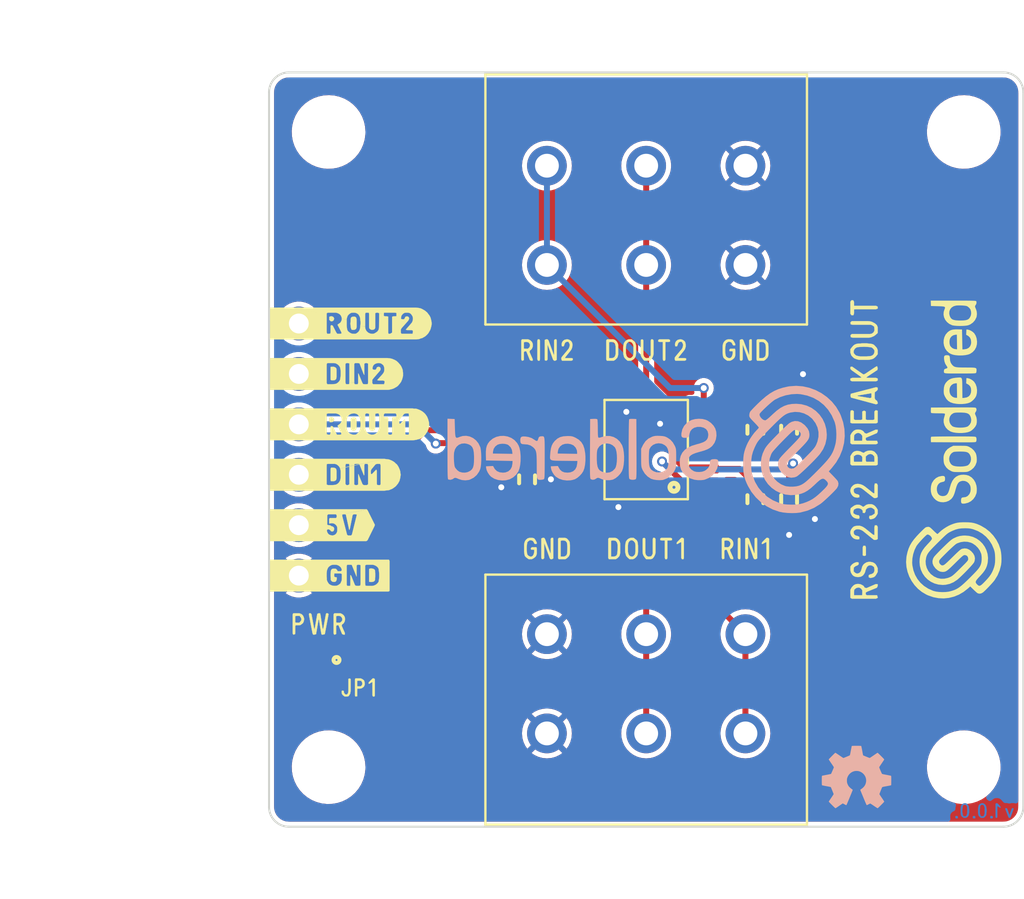
<source format=kicad_pcb>
(kicad_pcb (version 20210623) (generator pcbnew)
  (layers (0 "F.Cu" signal) (31 "B.Cu" signal) (34 "B.Paste" user) (35 "F.Paste" user) (36 "B.SilkS" user "B.Silkscreen") (37 "F.SilkS" user "F.Silkscreen") (38 "B.Mask" user) (39 "F.Mask" user) (44 "Edge.Cuts" user))
  (net 0 "")
  (net 1 "GND")
  (net 2 "Net-(C1-Pad2)")
  (net 3 "Net-(C2-Pad1)")
  (net 4 "Net-(C2-Pad2)")
  (net 5 "Net-(C3-Pad1)")
  (net 6 "Net-(C3-Pad2)")
  (net 7 "Net-(C4-Pad2)")
  (net 8 "5V")
  (net 9 "Net-(D1-Pad1)")
  (net 10 "Net-(JP1-Pad2)")
  (net 11 "RIN1")
  (net 12 "DOUT1")
  (net 13 "RIN2")
  (net 14 "DOUT2")
  (net 15 "ROUT2")
  (net 16 "DIN2")
  (net 17 "ROUT1")
  (net 18 "DIN1")
  (footprint "e-radionica.com footprinti:0603C" (layer "F.Cu") (at 126.2 133.5 90)
    (fp_text reference "C1")
    (fp_text value "4u7")
    (pad "1" smd rect locked (at -0.73 0 90) (size 0.66 1) (layers "F.Cu" "F.Paste" "F.Mask") (net 1 "GND"))
    (pad "2" smd rect locked (at 0.73 0 90) (size 0.66 1) (layers "F.Cu" "F.Paste" "F.Mask") (net 2 "Net-(C1-Pad2)"))
  )
  (footprint "buzzardLabel" (layer "F.Cu") (at 99.6 129.73)
    (fp_text reference "" (at 0 0) (layer "F.SilkS") (effects (font (size 1.27 1.27))))
    (fp_text value "" (at 0 0) (layer "F.SilkS") (effects (font (size 1.27 1.27))))
  )
  (footprint "e-radionica.com footprinti:HOLE_3.2mm" (layer "F.Cu") (at 103 147)
    (fp_text reference "H2" hide)
    (fp_text value "HOLE_3.2mm" hide)
    (pad "" np_thru_hole circle locked (at 0 0) (size 3.2 3.2) (drill 3.2) (layers F&B.Cu *.Mask))
  )
  (footprint "e-radionica.com footprinti:0603C" (layer "F.Cu") (at 126.2 130 90)
    (fp_text reference "C4")
    (fp_text value "4u7")
    (pad "1" smd rect locked (at -0.73 0 90) (size 0.66 1) (layers "F.Cu" "F.Paste" "F.Mask") (net 1 "GND"))
    (pad "2" smd rect locked (at 0.73 0 90) (size 0.66 1) (layers "F.Cu" "F.Paste" "F.Mask") (net 7 "Net-(C4-Pad2)"))
  )
  (footprint "buzzardLabel" (layer "F.Cu") (at 119 136)
    (fp_text reference "" (at 0 0) (layer "F.SilkS") (effects (font (size 1.27 1.27))))
    (fp_text value "" (at 0 0) (layer "F.SilkS") (effects (font (size 1.27 1.27))))
  )
  (footprint "buzzardLabel" (layer "F.Cu") (at 119 126)
    (fp_text reference "" (at 0 0) (layer "F.SilkS") (effects (font (size 1.27 1.27))))
    (fp_text value "" (at 0 0) (layer "F.SilkS") (effects (font (size 1.27 1.27))))
  )
  (footprint "Soldered Graphics:Logo-Front-SolderedFULL-15mm" (layer "F.Cu") (at 134.5 131 90)
    (fp_text reference "REF**" hide)
    (fp_text value "Logo-Front-SolderedFULL-15mm" hide)
  )
  (footprint "Soldered Graphics:Logo-Back-OSH-3.5mm" (layer "F.Cu") (at 129.6 147.5)
    (fp_text reference "G***" hide)
    (fp_text value "LOGO" hide)
  )
  (footprint "e-radionica.com footprinti:HOLE_3.2mm" (layer "F.Cu") (at 135 115)
    (fp_text reference "H4" hide)
    (fp_text value "HOLE_3.2mm" hide)
    (pad "" np_thru_hole circle locked (at 0 0) (size 3.2 3.2) (drill 3.2) (layers F&B.Cu *.Mask))
  )
  (footprint "buzzardLabel" (layer "F.Cu") (at 99.6 137.35)
    (fp_text reference "" (at 0 0) (layer "F.SilkS") (effects (font (size 1.27 1.27))))
    (fp_text value "" (at 0 0) (layer "F.SilkS") (effects (font (size 1.27 1.27))))
  )
  (footprint "buzzardLabel" (layer "F.Cu") (at 99.6 127.19)
    (fp_text reference "" (at 0 0) (layer "F.SilkS") (effects (font (size 1.27 1.27))))
    (fp_text value "" (at 0 0) (layer "F.SilkS") (effects (font (size 1.27 1.27))))
  )
  (footprint "e-radionica.com footprinti:TERMINAL_KF235-5.0-3P" (layer "F.Cu") (at 119 119.2 180)
    (fp_text reference "K2")
    (fp_text value "TERMINAL_KF235-5.0-3P")
    (pad "1" thru_hole circle (at 5 2.5 180) (size 2 2) (drill 1.2) (layers *.Cu *.Mask) (net 13 "RIN2"))
    (pad "1" thru_hole circle (at 5 -2.5 180) (size 2 2) (drill 1.2) (layers *.Cu *.Mask) (net 13 "RIN2"))
    (pad "2" thru_hole circle (at 0 2.5 180) (size 2 2) (drill 1.2) (layers *.Cu *.Mask) (net 14 "DOUT2"))
    (pad "2" thru_hole circle (at 0 -2.5 180) (size 2 2) (drill 1.2) (layers *.Cu *.Mask) (net 14 "DOUT2"))
    (pad "3" thru_hole circle (at -5 -2.5 180) (size 2 2) (drill 1.2) (layers *.Cu *.Mask) (net 1 "GND"))
    (pad "3" thru_hole circle (at -5 2.5 180) (size 2 2) (drill 1.2) (layers *.Cu *.Mask) (net 1 "GND"))
  )
  (footprint "buzzardLabel" (layer "F.Cu") (at 114 126)
    (fp_text reference "" (at 0 0) (layer "F.SilkS") (effects (font (size 1.27 1.27))))
    (fp_text value "" (at 0 0) (layer "F.SilkS") (effects (font (size 1.27 1.27))))
  )
  (footprint "e-radionica.com footprinti:TSSOP-16" (layer "F.Cu") (at 119 131 180)
    (fp_text reference "U1")
    (fp_text value "MAX232E")
    (pad "1" smd roundrect (at -2.9 -2.275 90) (size 0.45 1.5) (layers "F.Cu" "F.Paste" "F.Mask") (roundrect_rratio 0.111) (net 4 "Net-(C2-Pad2)"))
    (pad "2" smd roundrect (at -2.9 -1.625 90) (size 0.45 1.5) (layers "F.Cu" "F.Paste" "F.Mask") (roundrect_rratio 0.111) (net 2 "Net-(C1-Pad2)"))
    (pad "3" smd roundrect (at -2.9 -0.975 90) (size 0.45 1.5) (layers "F.Cu" "F.Paste" "F.Mask") (roundrect_rratio 0.111) (net 3 "Net-(C2-Pad1)"))
    (pad "4" smd roundrect (at -2.9 -0.325 90) (size 0.45 1.5) (layers "F.Cu" "F.Paste" "F.Mask") (roundrect_rratio 0.111) (net 6 "Net-(C3-Pad2)"))
    (pad "5" smd roundrect (at -2.9 0.325 90) (size 0.45 1.5) (layers "F.Cu" "F.Paste" "F.Mask") (roundrect_rratio 0.111) (net 5 "Net-(C3-Pad1)"))
    (pad "6" smd roundrect (at -2.9 0.975 90) (size 0.45 1.5) (layers "F.Cu" "F.Paste" "F.Mask") (roundrect_rratio 0.111) (net 7 "Net-(C4-Pad2)"))
    (pad "7" smd roundrect (at -2.9 1.625 90) (size 0.45 1.5) (layers "F.Cu" "F.Paste" "F.Mask") (roundrect_rratio 0.111) (net 14 "DOUT2"))
    (pad "8" smd roundrect (at -2.9 2.275 90) (size 0.45 1.5) (layers "F.Cu" "F.Paste" "F.Mask") (roundrect_rratio 0.111) (net 13 "RIN2"))
    (pad "9" smd roundrect (at 2.9 2.275 90) (size 0.45 1.5) (layers "F.Cu" "F.Paste" "F.Mask") (roundrect_rratio 0.111) (net 15 "ROUT2"))
    (pad "10" smd roundrect (at 2.9 1.625 90) (size 0.45 1.5) (layers "F.Cu" "F.Paste" "F.Mask") (roundrect_rratio 0.111) (net 16 "DIN2"))
    (pad "11" smd roundrect (at 2.9 0.975 90) (size 0.45 1.5) (layers "F.Cu" "F.Paste" "F.Mask") (roundrect_rratio 0.111) (net 18 "DIN1"))
    (pad "12" smd roundrect (at 2.9 0.325 90) (size 0.45 1.5) (layers "F.Cu" "F.Paste" "F.Mask") (roundrect_rratio 0.111) (net 17 "ROUT1"))
    (pad "13" smd roundrect (at 2.9 -0.325 90) (size 0.45 1.5) (layers "F.Cu" "F.Paste" "F.Mask") (roundrect_rratio 0.111) (net 11 "RIN1"))
    (pad "14" smd roundrect (at 2.9 -0.975 90) (size 0.45 1.5) (layers "F.Cu" "F.Paste" "F.Mask") (roundrect_rratio 0.111) (net 12 "DOUT1"))
    (pad "15" smd roundrect (at 2.9 -1.625 90) (size 0.45 1.5) (layers "F.Cu" "F.Paste" "F.Mask") (roundrect_rratio 0.111) (net 1 "GND"))
    (pad "16" smd roundrect (at 2.9 -2.275 90) (size 0.45 1.5) (layers "F.Cu" "F.Paste" "F.Mask") (roundrect_rratio 0.111) (net 8 "5V"))
  )
  (footprint "e-radionica.com footprinti:TERMINAL_KF235-5.0-3P" (layer "F.Cu") (at 119 142.8)
    (fp_text reference "K1")
    (fp_text value "TERMINAL_KF235-5.0-3P")
    (pad "1" thru_hole circle (at 5 2.5) (size 2 2) (drill 1.2) (layers *.Cu *.Mask) (net 11 "RIN1"))
    (pad "1" thru_hole circle (at 5 -2.5) (size 2 2) (drill 1.2) (layers *.Cu *.Mask) (net 11 "RIN1"))
    (pad "2" thru_hole circle (at 0 -2.5) (size 2 2) (drill 1.2) (layers *.Cu *.Mask) (net 12 "DOUT1"))
    (pad "2" thru_hole circle (at 0 2.5) (size 2 2) (drill 1.2) (layers *.Cu *.Mask) (net 12 "DOUT1"))
    (pad "3" thru_hole circle (at -5 -2.5) (size 2 2) (drill 1.2) (layers *.Cu *.Mask) (net 1 "GND"))
    (pad "3" thru_hole circle (at -5 2.5) (size 2 2) (drill 1.2) (layers *.Cu *.Mask) (net 1 "GND"))
  )
  (footprint "buzzardLabel" (layer "F.Cu") (at 99.6 132.27)
    (fp_text reference "" (at 0 0) (layer "F.SilkS") (effects (font (size 1.27 1.27))))
    (fp_text value "" (at 0 0) (layer "F.SilkS") (effects (font (size 1.27 1.27))))
  )
  (footprint "buzzardLabel" (layer "F.Cu") (at 99.6 124.65)
    (fp_text reference "" (at 0 0) (layer "F.SilkS") (effects (font (size 1.27 1.27))))
    (fp_text value "" (at 0 0) (layer "F.SilkS") (effects (font (size 1.27 1.27))))
  )
  (footprint "e-radionica.com footprinti:0603C" (layer "F.Cu") (at 124.5 130 -90)
    (fp_text reference "C3")
    (fp_text value "4u7")
    (pad "1" smd rect locked (at -0.73 0 270) (size 0.66 1) (layers "F.Cu" "F.Paste" "F.Mask") (net 5 "Net-(C3-Pad1)"))
    (pad "2" smd rect locked (at 0.73 0 270) (size 0.66 1) (layers "F.Cu" "F.Paste" "F.Mask") (net 6 "Net-(C3-Pad2)"))
  )
  (footprint "e-radionica.com footprinti:HOLE_3.2mm" (layer "F.Cu") (at 135 147)
    (fp_text reference "H1" hide)
    (fp_text value "HOLE_3.2mm" hide)
    (pad "" np_thru_hole circle locked (at 0 0) (size 3.2 3.2) (drill 3.2) (layers F&B.Cu *.Mask))
  )
  (footprint "buzzardLabel" (layer "F.Cu") (at 130 131 90)
    (fp_text reference "" (at 0 0 90) (layer "F.SilkS") (effects (font (size 1.27 1.27))))
    (fp_text value "" (at 0 0 90) (layer "F.SilkS") (effects (font (size 1.27 1.27))))
  )
  (footprint "e-radionica.com footprinti:0603C" (layer "F.Cu") (at 124.5 133.5 -90)
    (fp_text reference "C2")
    (fp_text value "4u7")
    (pad "1" smd rect locked (at -0.73 0 270) (size 0.66 1) (layers "F.Cu" "F.Paste" "F.Mask") (net 3 "Net-(C2-Pad1)"))
    (pad "2" smd rect locked (at 0.73 0 270) (size 0.66 1) (layers "F.Cu" "F.Paste" "F.Mask") (net 4 "Net-(C2-Pad2)"))
  )
  (footprint "buzzardLabel" (layer "F.Cu") (at 124 126)
    (fp_text reference "" (at 0 0) (layer "F.SilkS") (effects (font (size 1.27 1.27))))
    (fp_text value "" (at 0 0) (layer "F.SilkS") (effects (font (size 1.27 1.27))))
  )
  (footprint "buzzardLabel" (layer "F.Cu") (at 104.5 143)
    (fp_text reference "" (at 0 0) (layer "F.SilkS") (effects (font (size 1.27 1.27))))
    (fp_text value "" (at 0 0) (layer "F.SilkS") (effects (font (size 1.27 1.27))))
  )
  (footprint "e-radionica.com footprinti:0402R" (layer "F.Cu") (at 102.5 142.5 180)
    (fp_text reference "R1")
    (fp_text value "2k2")
    (pad "1" smd rect locked (at -0.5 0 270) (size 0.64 0.54) (layers "F.Cu" "F.Paste" "F.Mask") (net 10 "Net-(JP1-Pad2)"))
    (pad "2" smd rect locked (at 0.5 0 270) (size 0.64 0.54) (layers "F.Cu" "F.Paste" "F.Mask") (net 9 "Net-(D1-Pad1)"))
  )
  (footprint "e-radionica.com footprinti:HEADER_MALE_6X1" (layer "F.Cu") (at 101.5 131 -90)
    (fp_text reference "K3")
    (fp_text value "HEADER_MALE_6X1")
    (pad "1" thru_hole circle locked (at -6.35 0 270) (size 1.7 1.7) (drill 1) (layers *.Cu *.Mask) (net 15 "ROUT2"))
    (pad "2" thru_hole circle locked (at -3.81 0 270) (size 1.7 1.7) (drill 1) (layers *.Cu *.Mask) (net 16 "DIN2"))
    (pad "3" thru_hole circle locked (at -1.27 0 270) (size 1.7 1.7) (drill 1) (layers *.Cu *.Mask) (net 17 "ROUT1"))
    (pad "4" thru_hole circle locked (at 1.27 0 270) (size 1.7 1.7) (drill 1) (layers *.Cu *.Mask) (net 18 "DIN1"))
    (pad "5" thru_hole circle locked (at 3.81 0 270) (size 1.7 1.7) (drill 1) (layers *.Cu *.Mask) (net 8 "5V"))
    (pad "6" thru_hole circle locked (at 6.35 0 270) (size 1.7 1.7) (drill 1) (layers *.Cu *.Mask) (net 1 "GND"))
  )
  (footprint "e-radionica.com footprinti:HOLE_3.2mm" (layer "F.Cu") (at 103 115)
    (fp_text reference "H3" hide)
    (fp_text value "HOLE_3.2mm" hide)
    (pad "" np_thru_hole circle locked (at 0 0) (size 3.2 3.2) (drill 3.2) (layers F&B.Cu *.Mask))
  )
  (footprint "e-radionica.com footprinti:SMD-JUMPER-CONNECTED_TRACE_SLODERMASK" (layer "F.Cu") (at 104.5 141.75 180)
    (fp_text reference "JP1")
    (fp_text value "SMD-JUMPER-CONNECTED_TRACE_SLODERMASK")
    (fp_poly (pts (xy 0.1 0.1) (xy -0.1 0.1) (xy -0.1 -0.1) (xy 0.1 -0.1)) (layer "F.Cu") (width 0.1) (fill solid))
    (pad "1" smd rect (at -0.35 0 180) (size 0.5 1) (layers "F.Cu" "F.Mask") (net 8 "5V"))
    (pad "2" smd rect (at 0.35 0 180) (size 0.5 1) (layers "F.Cu" "F.Mask") (net 10 "Net-(JP1-Pad2)"))
  )
  (footprint "buzzardLabel" (layer "F.Cu") (at 99.6 134.81)
    (fp_text reference "" (at 0 0) (layer "F.SilkS") (effects (font (size 1.27 1.27))))
    (fp_text value "" (at 0 0) (layer "F.SilkS") (effects (font (size 1.27 1.27))))
  )
  (footprint "e-radionica.com footprinti:FIDUCIAL_23" (layer "F.Cu") (at 108.5 145)
    (fp_text reference "FD1")
    (fp_text value "FIDUCIAL")
    (fp_circle (center 0 0) (end 1 0) (layer "F.Cu") (width 0.2) (fill none))
    (pad "1" smd circle (at 0 0) (size 1 1) (layers "F.Cu" "F.Paste" "F.Mask") (clearance 1.1))
  )
  (footprint "buzzardLabel" (layer "F.Cu") (at 124 136)
    (fp_text reference "" (at 0 0) (layer "F.SilkS") (effects (font (size 1.27 1.27))))
    (fp_text value "" (at 0 0) (layer "F.SilkS") (effects (font (size 1.27 1.27))))
  )
  (footprint "e-radionica.com footprinti:0402LED" (layer "F.Cu") (at 102.5 141)
    (fp_text reference "D1")
    (fp_text value "purple")
    (pad "1" smd rect locked (at -0.55 0 90) (size 0.75 0.45) (layers "F.Cu" "F.Paste" "F.Mask") (net 9 "Net-(D1-Pad1)"))
    (pad "2" smd rect locked (at 0.55 0 90) (size 0.75 0.45) (layers "F.Cu" "F.Paste" "F.Mask") (net 1 "GND"))
  )
  (footprint "buzzardLabel" (layer "F.Cu") (at 114 136)
    (fp_text reference "" (at 0 0) (layer "F.SilkS") (effects (font (size 1.27 1.27))))
    (fp_text value "" (at 0 0) (layer "F.SilkS") (effects (font (size 1.27 1.27))))
  )
  (footprint "buzzardLabel" (layer "F.Cu") (at 102.5 139.8)
    (fp_text reference "" (at 0 0) (layer "F.SilkS") (effects (font (size 1.27 1.27))))
    (fp_text value "" (at 0 0) (layer "F.SilkS") (effects (font (size 1.27 1.27))))
  )
  (footprint "Soldered Graphics:Logo-Back-SolderedFULL-20mm" (layer "F.Cu") (at 119 131)
    (fp_text reference "REF**" hide)
    (fp_text value "Logo-Front-SolderedFULL-20mm" hide)
  )
  (footprint "e-radionica.com footprinti:0603C" (layer "F.Cu") (at 113 132.5 -90)
    (fp_text reference "C5")
    (fp_text value "4u7")
    (pad "1" smd rect locked (at -0.73 0 270) (size 0.66 1) (layers "F.Cu" "F.Paste" "F.Mask") (net 1 "GND"))
    (pad "2" smd rect locked (at 0.73 0 270) (size 0.66 1) (layers "F.Cu" "F.Paste" "F.Mask") (net 8 "5V"))
  )
  (footprint "Soldered Graphics:Version1.0.0." (layer "B.Cu") (at 136 149.2 180)
    (fp_text reference "Ref**" hide)
    (fp_text value "Val**" hide)
    (fp_poly (pts (xy 0.06 -0.35) (xy 0.11 -0.35) (xy 0.17 -0.33) (xy 0.13 -0.28) (xy 0.03 -0.28) (xy -0.01 -0.25) (xy -0.03 -0.2) (xy -0.05 -0.15) (xy -0.05 -0.11) (xy -0.05 0.01) (xy -0.05 0.13) (xy -0.05 0.17) (xy -0.03 0.22) (xy -0.01 0.27) (xy 0.02 0.3) (xy 0.13 0.3) (xy 0.16 0.26) (xy 0.18 0.21) (xy 0.18 0.15) (xy 0.19 0.05) (xy 0.19 -0.08) (xy 0.19 -0.12) (xy 0.18 -0.17) (xy 0.16 -0.22) (xy 0.14 -0.27) (xy 0.14 -0.28) (xy 0.17 -0.32) (xy 0.21 -0.29) (xy 0.24 -0.26) (xy 0.26 -0.22) (xy 0.27 -0.16) (xy 0.28 -0.11) (xy 0.28 -0.06) (xy 0.28 0.06) (xy 0.28 0.12) (xy 0.27 0.17) (xy 0.26 0.22) (xy 0.25 0.27) (xy 0.22 0.3) (xy 0.19 0.34) (xy 0.13 0.37) (xy 0.08 0.38) (xy 0.02 0.38) (xy -0.03 0.35) (xy -0.08 0.31) (xy -0.1 0.28) (xy -0.12 0.23) (xy -0.14 0.18) (xy -0.14 0.13) (xy -0.15 0.08) (xy -0.15 -0.04) (xy -0.14 -0.1) (xy -0.14 -0.14) (xy -0.13 -0.2) (xy -0.11 -0.25) (xy -0.08 -0.28) (xy -0.05 -0.32) (xy 0.01 -0.35) (xy 0.06 -0.35)) (layer "B.Cu") (width 0.01) (fill solid))
    (fp_poly (pts (xy 0.93 -0.35) (xy 0.99 -0.35) (xy 1.04 -0.33) (xy 1.01 -0.28) (xy 0.91 -0.28) (xy 0.87 -0.25) (xy 0.85 -0.2) (xy 0.83 -0.15) (xy 0.83 -0.11) (xy 0.82 0.01) (xy 0.83 0.13) (xy 0.83 0.17) (xy 0.84 0.22) (xy 0.87 0.27) (xy 0.9 0.3) (xy 1.01 0.3) (xy 1.04 0.26) (xy 1.05 0.21) (xy 1.06 0.15) (xy 1.07 0.05) (xy 1.07 -0.08) (xy 1.06 -0.12) (xy 1.06 -0.17) (xy 1.04 -0.22) (xy 1.02 -0.27) (xy 1.01 -0.28) (xy 1.05 -0.32) (xy 1.09 -0.29) (xy 1.12 -0.26) (xy 1.14 -0.22) (xy 1.15 -0.16) (xy 1.16 -0.11) (xy 1.16 -0.06) (xy 1.16 0.06) (xy 1.16 0.12) (xy 1.15 0.17) (xy 1.14 0.22) (xy 1.13 0.27) (xy 1.1 0.3) (xy 1.06 0.34) (xy 1.01 0.37) (xy 0.95 0.38) (xy 0.9 0.38) (xy 0.84 0.35) (xy 0.8 0.31) (xy 0.78 0.28) (xy 0.75 0.23) (xy 0.74 0.18) (xy 0.74 0.13) (xy 0.73 0.08) (xy 0.73 -0.04) (xy 0.73 -0.1) (xy 0.74 -0.14) (xy 0.75 -0.2) (xy 0.77 -0.25) (xy 0.79 -0.28) (xy 0.83 -0.32) (xy 0.89 -0.35) (xy 0.93 -0.35)) (layer "B.Cu") (width 0.01) (fill solid))
    (fp_poly (pts (xy -0.67 -0.35) (xy -0.62 -0.35) (xy -0.6 -0.31) (xy -0.6 0.35) (xy -0.64 0.38) (xy -0.69 0.38) (xy -0.73 0.34) (xy -0.84 0.22) (xy -0.86 0.17) (xy -0.83 0.16) (xy -0.73 0.22) (xy -0.69 0.23) (xy -0.69 -0.31) (xy -0.67 -0.35)) (layer "B.Cu") (width 0.01) (fill solid))
    (fp_poly (pts (xy 1.31 -0.38) (xy 1.36 -0.38) (xy 1.41 -0.37) (xy 1.42 -0.33) (xy 1.42 -0.27) (xy 1.38 -0.26) (xy 1.33 -0.26) (xy 1.3 -0.29) (xy 1.3 -0.34) (xy 1.31 -0.38)) (layer "B.Cu") (width 0.01) (fill solid))
    (fp_poly (pts (xy 0.43 -0.38) (xy 0.48 -0.38) (xy 0.54 -0.37) (xy 0.54 -0.33) (xy 0.54 -0.27) (xy 0.5 -0.26) (xy 0.45 -0.26) (xy 0.42 -0.29) (xy 0.42 -0.34) (xy 0.43 -0.38)) (layer "B.Cu") (width 0.01) (fill solid))
    (fp_poly (pts (xy -1.33 -0.35) (xy -1.27 -0.35) (xy -1.25 -0.31) (xy -1.09 0.1) (xy -1.11 0.13) (xy -1.16 0.13) (xy -1.19 0.1) (xy -1.28 -0.16) (xy -1.3 -0.21) (xy -1.32 -0.17) (xy -1.41 0.09) (xy -1.44 0.13) (xy -1.49 0.13) (xy -1.51 0.1) (xy -1.36 -0.31) (xy -1.33 -0.35)) (layer "B.Cu") (width 0.01) (fill solid))
    (fp_poly (pts (xy -0.44 -0.38) (xy -0.39 -0.38) (xy -0.34 -0.37) (xy -0.34 -0.33) (xy -0.34 -0.27) (xy -0.38 -0.26) (xy -0.43 -0.26) (xy -0.46 -0.29) (xy -0.46 -0.34) (xy -0.44 -0.38)) (layer "B.Cu") (width 0.01) (fill solid))
  )
  (gr_line (start 137 150) (end 101 150) (layer "Edge.Cuts") (width 0.1))
  (gr_line (start 138 113) (end 138 149) (layer "Edge.Cuts") (width 0.1))
  (gr_line (start 101 112) (end 137 112) (layer "Edge.Cuts") (width 0.1))
  (gr_arc (start 137 113) (end 137 112) (angle 90) (layer "Edge.Cuts") (width 0.1))
  (gr_line (start 100 149) (end 100 113) (layer "Edge.Cuts") (width 0.1))
  (gr_arc (start 101 149) (end 101 150) (angle 90) (layer "Edge.Cuts") (width 0.1))
  (gr_arc (start 137 149) (end 137 150) (angle -90) (layer "Edge.Cuts") (width 0.1))
  (gr_arc (start 101 113) (end 101 112) (angle -90) (layer "Edge.Cuts") (width 0.1))
  (via (at 117.6 133.9) (size 0.5) (drill 0.3) (layers "F.Cu" "B.Cu") (net 1))
  (via (at 119.7 129.7) (size 0.5) (drill 0.3) (layers "F.Cu" "B.Cu") (net 1))
  (via (at 114.2 132.5) (size 0.5) (drill 0.3) (layers "F.Cu" "B.Cu") (net 1))
  (via (at 126.2 135.3) (size 0.5) (drill 0.3) (layers "F.Cu" "B.Cu") (net 1))
  (via (at 126.9 127.2) (size 0.5) (drill 0.3) (layers "F.Cu" "B.Cu") (net 1))
  (via (at 118 129.1) (size 0.5) (drill 0.3) (layers "F.Cu" "B.Cu") (net 1))
  (via (at 127.5 134.5) (size 0.5) (drill 0.3) (layers "F.Cu" "B.Cu") (net 1))
  (via (at 111.7 132.9) (size 0.5) (drill 0.3) (layers "F.Cu" "B.Cu") (net 1))
  (segment (start 126.4 131.7) (end 126.2 131.9) (width 0.3) (layer "F.Cu") (net 2))
  (segment (start 120.825 132.625) (end 121.9 132.625) (width 0.3) (layer "F.Cu") (net 2))
  (segment (start 119.8 131.6) (end 120.825 132.625) (width 0.3) (layer "F.Cu") (net 2))
  (segment (start 126.2 131.9) (end 126.2 132.77) (width 0.3) (layer "F.Cu") (net 2))
  (via (at 126.4 131.7) (size 0.5) (drill 0.3) (layers "F.Cu" "B.Cu") (net 2))
  (via (at 119.8 131.6) (size 0.5) (drill 0.3) (layers "F.Cu" "B.Cu") (net 2))
  (segment (start 126.4 131.7) (end 126.1 132) (width 0.3) (layer "B.Cu") (net 2))
  (segment (start 120.2 132) (end 119.8 131.6) (width 0.3) (layer "B.Cu") (net 2))
  (segment (start 126.1 132) (end 120.2 132) (width 0.3) (layer "B.Cu") (net 2))
  (segment (start 123.705 131.975) (end 124.5 132.77) (width 0.3) (layer "F.Cu") (net 3))
  (segment (start 121.9 131.975) (end 123.705 131.975) (width 0.3) (layer "F.Cu") (net 3))
  (segment (start 122.855 134.23) (end 121.9 133.275) (width 0.3) (layer "F.Cu") (net 4))
  (segment (start 124.5 134.23) (end 122.855 134.23) (width 0.3) (layer "F.Cu") (net 4))
  (segment (start 121.9 130.675) (end 123.025 130.675) (width 0.3) (layer "F.Cu") (net 5))
  (segment (start 123.025 130.675) (end 124.43 129.27) (width 0.3) (layer "F.Cu") (net 5))
  (segment (start 124.43 129.27) (end 124.5 129.27) (width 0.3) (layer "F.Cu") (net 5))
  (segment (start 121.9 131.325) (end 123.905 131.325) (width 0.3) (layer "F.Cu") (net 6))
  (segment (start 123.905 131.325) (end 124.5 130.73) (width 0.3) (layer "F.Cu") (net 6))
  (segment (start 122.875 130.025) (end 123.4 129.5) (width 0.3) (layer "F.Cu") (net 7))
  (segment (start 125.8 128.1) (end 126.2 128.5) (width 0.3) (layer "F.Cu") (net 7))
  (segment (start 126.2 128.5) (end 126.2 129.27) (width 0.3) (layer "F.Cu") (net 7))
  (segment (start 121.9 130.025) (end 122.875 130.025) (width 0.3) (layer "F.Cu") (net 7))
  (segment (start 123.4 129.5) (end 123.4 128.5) (width 0.3) (layer "F.Cu") (net 7))
  (segment (start 123.8 128.1) (end 125.8 128.1) (width 0.3) (layer "F.Cu") (net 7))
  (segment (start 123.4 128.5) (end 123.8 128.1) (width 0.3) (layer "F.Cu") (net 7))
  (segment (start 113 133.23) (end 116.055 133.23) (width 0.3) (layer "F.Cu") (net 8))
  (segment (start 116.055 133.23) (end 116.1 133.275) (width 0.3) (layer "F.Cu") (net 8))
  (segment (start 106.31 134.81) (end 107.4 135.9) (width 0.3) (layer "F.Cu") (net 8))
  (segment (start 107.4 139.5) (end 105.15 141.75) (width 0.3) (layer "F.Cu") (net 8))
  (segment (start 101.5 134.81) (end 106.31 134.81) (width 0.3) (layer "F.Cu") (net 8))
  (segment (start 105.15 141.75) (end 104.85 141.75) (width 0.3) (layer "F.Cu") (net 8))
  (segment (start 107.4 135.9) (end 107.4 139.5) (width 0.3) (layer "F.Cu") (net 8))
  (segment (start 106.31 134.81) (end 111.42 134.81) (width 0.3) (layer "F.Cu") (net 8))
  (segment (start 111.42 134.81) (end 113 133.23) (width 0.3) (layer "F.Cu") (net 8))
  (segment (start 102 141.05) (end 101.95 141) (width 0.3) (layer "F.Cu") (net 9))
  (segment (start 102 142.5) (end 102 141.05) (width 0.3) (layer "F.Cu") (net 9))
  (segment (start 103.4 142.5) (end 103 142.5) (width 0.3) (layer "F.Cu") (net 10))
  (segment (start 104.15 141.75) (end 103.4 142.5) (width 0.3) (layer "F.Cu") (net 10))
  (segment (start 118.325 131.325) (end 119.8 132.8) (width 0.3) (layer "F.Cu") (net 11))
  (segment (start 119.8 136.1) (end 124 140.3) (width 0.3) (layer "F.Cu") (net 11))
  (segment (start 124 140.3) (end 124 145.3) (width 0.3) (layer "F.Cu") (net 11))
  (segment (start 116.1 131.325) (end 118.325 131.325) (width 0.3) (layer "F.Cu") (net 11))
  (segment (start 119.8 132.8) (end 119.8 136.1) (width 0.3) (layer "F.Cu") (net 11))
  (segment (start 119 140.3) (end 119 145.3) (width 0.3) (layer "F.Cu") (net 12))
  (segment (start 116.1 131.975) (end 117.475 131.975) (width 0.3) (layer "F.Cu") (net 12))
  (segment (start 117.475 131.975) (end 119 133.5) (width 0.3) (layer "F.Cu") (net 12))
  (segment (start 119 133.5) (end 119 140.3) (width 0.3) (layer "F.Cu") (net 12))
  (segment (start 121.9 128.725) (end 121.9 127.9) (width 0.3) (layer "F.Cu") (net 13))
  (via (at 121.9 127.9) (size 0.5) (drill 0.3) (layers "F.Cu" "B.Cu") (net 13))
  (segment (start 114 116.7) (end 114 121.7) (width 0.3) (layer "B.Cu") (net 13))
  (segment (start 120.2 127.9) (end 114 121.7) (width 0.3) (layer "B.Cu") (net 13))
  (segment (start 121.9 127.9) (end 120.2 127.9) (width 0.3) (layer "B.Cu") (net 13))
  (segment (start 121.9 129.375) (end 120.575 129.375) (width 0.3) (layer "F.Cu") (net 14))
  (segment (start 120.575 129.375) (end 119 127.8) (width 0.3) (layer "F.Cu") (net 14))
  (segment (start 119 121.7) (end 119 116.7) (width 0.3) (layer "F.Cu") (net 14))
  (segment (start 119 127.8) (end 119 121.7) (width 0.3) (layer "F.Cu") (net 14))
  (segment (start 101.5 124.65) (end 107.75 124.65) (width 0.3) (layer "F.Cu") (net 15))
  (segment (start 107.75 124.65) (end 111.825 128.725) (width 0.3) (layer "F.Cu") (net 15))
  (segment (start 111.825 128.725) (end 116.1 128.725) (width 0.3) (layer "F.Cu") (net 15))
  (segment (start 110.275 129.375) (end 108.09 127.19) (width 0.3) (layer "F.Cu") (net 16))
  (segment (start 108.09 127.19) (end 101.5 127.19) (width 0.3) (layer "F.Cu") (net 16))
  (segment (start 116.1 129.375) (end 110.275 129.375) (width 0.3) (layer "F.Cu") (net 16))
  (segment (start 108.425 130.675) (end 108.4 130.7) (width 0.3) (layer "F.Cu") (net 17))
  (segment (start 116.1 130.675) (end 108.425 130.675) (width 0.3) (layer "F.Cu") (net 17))
  (via (at 108.4 130.7) (size 0.5) (drill 0.3) (layers "F.Cu" "B.Cu") (net 17))
  (segment (start 108.4 130.7) (end 107.43 129.73) (width 0.3) (layer "B.Cu") (net 17))
  (segment (start 107.43 129.73) (end 101.5 129.73) (width 0.3) (layer "B.Cu") (net 17))
  (segment (start 116.1 130.025) (end 107.875 130.025) (width 0.3) (layer "F.Cu") (net 18))
  (segment (start 105.63 132.27) (end 101.5 132.27) (width 0.3) (layer "F.Cu") (net 18))
  (segment (start 107.875 130.025) (end 105.63 132.27) (width 0.3) (layer "F.Cu") (net 18))
  (zone (net 1) (net_name "GND") (layers F&B.Cu) (connect_pads (clearance 0.254)) (min_thickness 0.254) (fill yes (thermal_gap 0.254) (thermal_bridge_width 0.3))
    (polygon (pts (xy 138 150) (xy 100 150) (xy 100 112) (xy 138 112)))
  )
)
</source>
